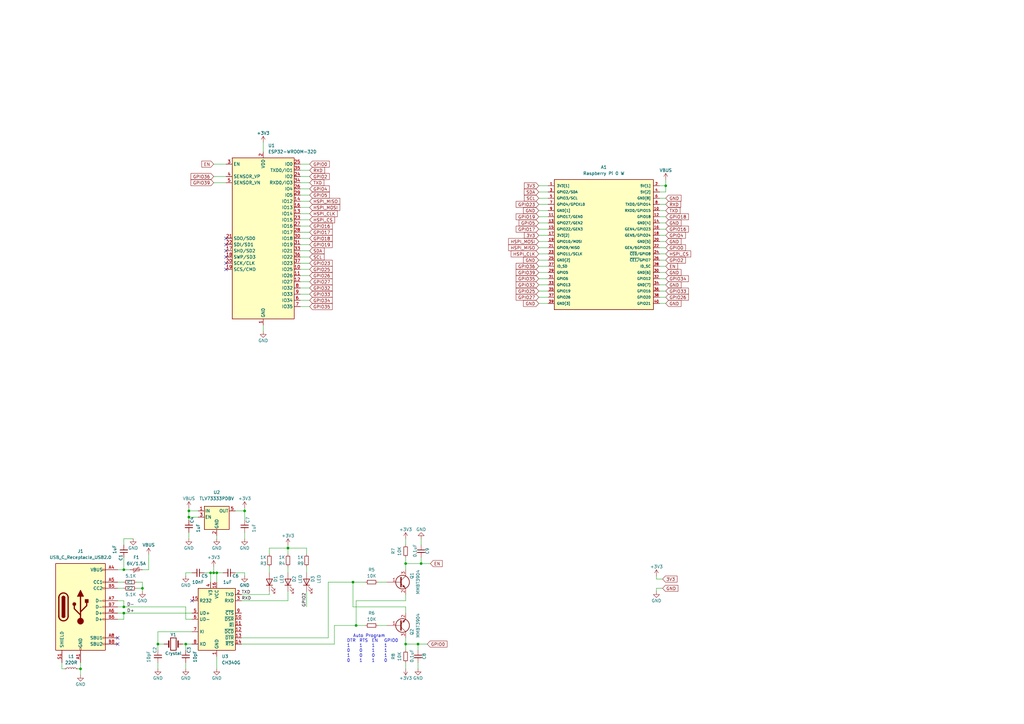
<source format=kicad_sch>
(kicad_sch (version 20211123) (generator eeschema)
  (paper "A3")
  (title_block (title "Pluton32") (date "2022-08-30") (rev "1.0") (company "KOLAMUC") (comment 1 "alperen.kolamu@gmail.com") (comment 2 "Alperen KOLAMUÇ"))
  (junction (at 273.05 76.2))
  (junction (at 77.47 209.55))
  (junction (at 166.37 264.16))
  (junction (at 50.8 233.68))
  (junction (at 146.05 256.54))
  (junction (at 33.02 274.32))
  (junction (at 76.2 264.16))
  (junction (at 166.37 231.14))
  (junction (at 64.77 264.16))
  (junction (at 171.45 264.16))
  (junction (at 87.63 234.95))
  (junction (at 118.11 224.79))
  (junction (at 172.72 231.14))
  (junction (at 77.47 212.09))
  (junction (at 58.42 241.3))
  (junction (at 50.8 251.46))
  (junction (at 100.33 209.55))
  (junction (at 86.36 234.95))
  (junction (at 144.78 238.76))
  (junction (at 50.8 248.92))
  (junction (at 88.9 234.95))
  (no_connect (at 92.71 97.79))
  (no_connect (at 92.71 100.33))
  (no_connect (at 92.71 102.87))
  (no_connect (at 92.71 105.41))
  (no_connect (at 92.71 107.95))
  (no_connect (at 92.71 110.49))
  (no_connect (at 48.26 264.16))
  (no_connect (at 78.74 246.38))
  (no_connect (at 48.26 261.62))
  (wire (pts (xy 134.62 261.62) (xy 134.62 238.76)))
  (wire (pts (xy 166.37 233.68) (xy 166.37 231.14)))
  (wire (pts (xy 86.36 234.95) (xy 87.63 234.95)))
  (wire (pts (xy 118.11 246.38) (xy 118.11 242.57)))
  (wire (pts (xy 58.42 238.76) (xy 58.42 241.3)))
  (wire (pts (xy 77.47 212.09) (xy 77.47 209.55)))
  (wire (pts (xy 50.8 251.46) (xy 48.26 251.46)))
  (wire (pts (xy 154.94 256.54) (xy 158.75 256.54)))
  (wire (pts (xy 220.98 76.2) (xy 224.79 76.2)))
  (wire (pts (xy 77.47 208.28) (xy 77.47 209.55)))
  (wire (pts (xy 100.33 234.95) (xy 100.33 236.22)))
  (wire (pts (xy 171.45 264.16) (xy 171.45 266.7)))
  (wire (pts (xy 50.8 223.52) (xy 50.8 220.98)))
  (wire (pts (xy 127 82.55) (xy 123.19 82.55)))
  (wire (pts (xy 125.73 232.41) (xy 125.73 234.95)))
  (wire (pts (xy 50.8 220.98) (xy 54.61 220.98)))
  (wire (pts (xy 127 100.33) (xy 123.19 100.33)))
  (wire (pts (xy 118.11 223.52) (xy 118.11 224.79)))
  (wire (pts (xy 220.98 88.9) (xy 224.79 88.9)))
  (wire (pts (xy 50.8 254) (xy 50.8 251.46)))
  (wire (pts (xy 118.11 224.79) (xy 118.11 227.33)))
  (wire (pts (xy 127 115.57) (xy 123.19 115.57)))
  (wire (pts (xy 220.98 96.52) (xy 224.79 96.52)))
  (wire (pts (xy 25.4 271.78) (xy 25.4 274.32)))
  (wire (pts (xy 86.36 234.95) (xy 86.36 238.76)))
  (wire (pts (xy 171.45 271.78) (xy 171.45 274.32)))
  (wire (pts (xy 273.05 104.14) (xy 270.51 104.14)))
  (wire (pts (xy 76.2 234.95) (xy 76.2 236.22)))
  (wire (pts (xy 127 77.47) (xy 123.19 77.47)))
  (wire (pts (xy 31.75 274.32) (xy 33.02 274.32)))
  (wire (pts (xy 76.2 264.16) (xy 76.2 266.7)))
  (wire (pts (xy 48.26 241.3) (xy 50.8 241.3)))
  (wire (pts (xy 127 80.01) (xy 123.19 80.01)))
  (wire (pts (xy 96.52 234.95) (xy 100.33 234.95)))
  (wire (pts (xy 273.05 86.36) (xy 270.51 86.36)))
  (wire (pts (xy 127 74.93) (xy 123.19 74.93)))
  (wire (pts (xy 127 125.73) (xy 123.19 125.73)))
  (wire (pts (xy 137.16 264.16) (xy 137.16 256.54)))
  (wire (pts (xy 172.72 231.14) (xy 176.53 231.14)))
  (wire (pts (xy 127 120.65) (xy 123.19 120.65)))
  (wire (pts (xy 127 102.87) (xy 123.19 102.87)))
  (wire (pts (xy 50.8 251.46) (xy 78.74 251.46)))
  (wire (pts (xy 87.63 74.93) (xy 92.71 74.93)))
  (wire (pts (xy 64.77 271.78) (xy 64.77 274.32)))
  (wire (pts (xy 220.98 81.28) (xy 224.79 81.28)))
  (wire (pts (xy 220.98 121.92) (xy 224.79 121.92)))
  (wire (pts (xy 273.05 116.84) (xy 270.51 116.84)))
  (wire (pts (xy 76.2 254) (xy 78.74 254)))
  (wire (pts (xy 220.98 93.98) (xy 224.79 93.98)))
  (wire (pts (xy 55.88 241.3) (xy 58.42 241.3)))
  (wire (pts (xy 99.06 264.16) (xy 137.16 264.16)))
  (wire (pts (xy 273.05 121.92) (xy 270.51 121.92)))
  (wire (pts (xy 144.78 248.92) (xy 144.78 238.76)))
  (wire (pts (xy 88.9 269.24) (xy 88.9 274.32)))
  (wire (pts (xy 144.78 238.76) (xy 149.86 238.76)))
  (wire (pts (xy 127 113.03) (xy 123.19 113.03)))
  (wire (pts (xy 74.93 264.16) (xy 76.2 264.16)))
  (wire (pts (xy 273.05 101.6) (xy 270.51 101.6)))
  (wire (pts (xy 127 85.09) (xy 123.19 85.09)))
  (wire (pts (xy 273.05 93.98) (xy 270.51 93.98)))
  (wire (pts (xy 76.2 234.95) (xy 78.74 234.95)))
  (wire (pts (xy 88.9 219.71) (xy 88.9 220.98)))
  (wire (pts (xy 110.49 224.79) (xy 118.11 224.79)))
  (wire (pts (xy 110.49 243.84) (xy 110.49 242.57)))
  (wire (pts (xy 100.33 208.28) (xy 100.33 209.55)))
  (wire (pts (xy 166.37 220.98) (xy 166.37 223.52)))
  (wire (pts (xy 81.28 212.09) (xy 77.47 212.09)))
  (wire (pts (xy 269.24 237.49) (xy 271.78 237.49)))
  (wire (pts (xy 96.52 209.55) (xy 100.33 209.55)))
  (wire (pts (xy 270.51 76.2) (xy 273.05 76.2)))
  (wire (pts (xy 220.98 109.22) (xy 224.79 109.22)))
  (wire (pts (xy 48.26 254) (xy 50.8 254)))
  (wire (pts (xy 220.98 116.84) (xy 224.79 116.84)))
  (wire (pts (xy 220.98 101.6) (xy 224.79 101.6)))
  (wire (pts (xy 110.49 227.33) (xy 110.49 224.79)))
  (wire (pts (xy 33.02 271.78) (xy 33.02 274.32)))
  (wire (pts (xy 77.47 212.09) (xy 77.47 213.36)))
  (wire (pts (xy 220.98 78.74) (xy 224.79 78.74)))
  (wire (pts (xy 76.2 264.16) (xy 78.74 264.16)))
  (wire (pts (xy 273.05 111.76) (xy 270.51 111.76)))
  (wire (pts (xy 166.37 264.16) (xy 171.45 264.16)))
  (wire (pts (xy 134.62 238.76) (xy 144.78 238.76)))
  (wire (pts (xy 77.47 209.55) (xy 81.28 209.55)))
  (wire (pts (xy 154.94 238.76) (xy 158.75 238.76)))
  (wire (pts (xy 58.42 241.3) (xy 58.42 242.57)))
  (wire (pts (xy 127 107.95) (xy 123.19 107.95)))
  (wire (pts (xy 166.37 231.14) (xy 172.72 231.14)))
  (wire (pts (xy 125.73 242.57) (xy 125.73 248.92)))
  (wire (pts (xy 48.26 246.38) (xy 50.8 246.38)))
  (wire (pts (xy 127 90.17) (xy 123.19 90.17)))
  (wire (pts (xy 76.2 248.92) (xy 76.2 254)))
  (wire (pts (xy 270.51 78.74) (xy 273.05 78.74)))
  (wire (pts (xy 50.8 228.6) (xy 50.8 233.68)))
  (wire (pts (xy 220.98 111.76) (xy 224.79 111.76)))
  (wire (pts (xy 127 97.79) (xy 123.19 97.79)))
  (wire (pts (xy 83.82 234.95) (xy 86.36 234.95)))
  (wire (pts (xy 220.98 119.38) (xy 224.79 119.38)))
  (wire (pts (xy 64.77 259.08) (xy 64.77 264.16)))
  (wire (pts (xy 220.98 91.44) (xy 224.79 91.44)))
  (wire (pts (xy 171.45 264.16) (xy 175.26 264.16)))
  (wire (pts (xy 273.05 81.28) (xy 270.51 81.28)))
  (wire (pts (xy 25.4 274.32) (xy 26.67 274.32)))
  (wire (pts (xy 220.98 99.06) (xy 224.79 99.06)))
  (wire (pts (xy 172.72 228.6) (xy 172.72 231.14)))
  (wire (pts (xy 166.37 264.16) (xy 166.37 266.7)))
  (wire (pts (xy 273.05 91.44) (xy 270.51 91.44)))
  (wire (pts (xy 127 95.25) (xy 123.19 95.25)))
  (wire (pts (xy 273.05 96.52) (xy 270.51 96.52)))
  (wire (pts (xy 273.05 109.22) (xy 270.51 109.22)))
  (wire (pts (xy 76.2 271.78) (xy 76.2 274.32)))
  (wire (pts (xy 220.98 124.46) (xy 224.79 124.46)))
  (wire (pts (xy 273.05 106.68) (xy 270.51 106.68)))
  (wire (pts (xy 127 92.71) (xy 123.19 92.71)))
  (wire (pts (xy 77.47 218.44) (xy 77.47 220.98)))
  (wire (pts (xy 50.8 248.92) (xy 76.2 248.92)))
  (wire (pts (xy 107.95 58.42) (xy 107.95 62.23)))
  (wire (pts (xy 127 105.41) (xy 123.19 105.41)))
  (wire (pts (xy 50.8 246.38) (xy 50.8 248.92)))
  (wire (pts (xy 166.37 246.38) (xy 146.05 246.38)))
  (wire (pts (xy 48.26 238.76) (xy 50.8 238.76)))
  (wire (pts (xy 58.42 233.68) (xy 60.96 233.68)))
  (wire (pts (xy 125.73 224.79) (xy 118.11 224.79)))
  (wire (pts (xy 273.05 99.06) (xy 270.51 99.06)))
  (wire (pts (xy 87.63 232.41) (xy 87.63 234.95)))
  (wire (pts (xy 146.05 256.54) (xy 149.86 256.54)))
  (wire (pts (xy 64.77 259.08) (xy 78.74 259.08)))
  (wire (pts (xy 99.06 261.62) (xy 134.62 261.62)))
  (wire (pts (xy 127 123.19) (xy 123.19 123.19)))
  (wire (pts (xy 48.26 248.92) (xy 50.8 248.92)))
  (wire (pts (xy 273.05 83.82) (xy 270.51 83.82)))
  (wire (pts (xy 220.98 83.82) (xy 224.79 83.82)))
  (wire (pts (xy 125.73 227.33) (xy 125.73 224.79)))
  (wire (pts (xy 50.8 233.68) (xy 53.34 233.68)))
  (wire (pts (xy 87.63 234.95) (xy 88.9 234.95)))
  (wire (pts (xy 166.37 248.92) (xy 144.78 248.92)))
  (wire (pts (xy 166.37 261.62) (xy 166.37 264.16)))
  (wire (pts (xy 64.77 264.16) (xy 67.31 264.16)))
  (wire (pts (xy 99.06 243.84) (xy 110.49 243.84)))
  (wire (pts (xy 118.11 232.41) (xy 118.11 234.95)))
  (wire (pts (xy 273.05 119.38) (xy 270.51 119.38)))
  (wire (pts (xy 220.98 106.68) (xy 224.79 106.68)))
  (wire (pts (xy 146.05 246.38) (xy 146.05 256.54)))
  (wire (pts (xy 166.37 228.6) (xy 166.37 231.14)))
  (wire (pts (xy 273.05 114.3) (xy 270.51 114.3)))
  (wire (pts (xy 220.98 104.14) (xy 224.79 104.14)))
  (wire (pts (xy 100.33 218.44) (xy 100.33 220.98)))
  (wire (pts (xy 273.05 78.74) (xy 273.05 76.2)))
  (wire (pts (xy 220.98 86.36) (xy 224.79 86.36)))
  (wire (pts (xy 137.16 256.54) (xy 146.05 256.54)))
  (wire (pts (xy 172.72 223.52) (xy 172.72 220.98)))
  (wire (pts (xy 99.06 246.38) (xy 118.11 246.38)))
  (wire (pts (xy 273.05 124.46) (xy 270.51 124.46)))
  (wire (pts (xy 100.33 209.55) (xy 100.33 213.36)))
  (wire (pts (xy 273.05 76.2) (xy 273.05 73.66)))
  (wire (pts (xy 127 87.63) (xy 123.19 87.63)))
  (wire (pts (xy 127 110.49) (xy 123.19 110.49)))
  (wire (pts (xy 33.02 274.32) (xy 33.02 276.86)))
  (wire (pts (xy 271.78 241.3) (xy 269.24 241.3)))
  (wire (pts (xy 88.9 234.95) (xy 88.9 238.76)))
  (wire (pts (xy 269.24 236.22) (xy 269.24 237.49)))
  (wire (pts (xy 166.37 243.84) (xy 166.37 246.38)))
  (wire (pts (xy 273.05 88.9) (xy 270.51 88.9)))
  (wire (pts (xy 60.96 227.33) (xy 60.96 233.68)))
  (wire (pts (xy 269.24 241.3) (xy 269.24 242.57)))
  (wire (pts (xy 110.49 232.41) (xy 110.49 234.95)))
  (wire (pts (xy 87.63 67.31) (xy 92.71 67.31)))
  (wire (pts (xy 166.37 274.32) (xy 166.37 271.78)))
  (wire (pts (xy 127 67.31) (xy 123.19 67.31)))
  (wire (pts (xy 64.77 264.16) (xy 64.77 266.7)))
  (wire (pts (xy 127 72.39) (xy 123.19 72.39)))
  (wire (pts (xy 55.88 238.76) (xy 58.42 238.76)))
  (wire (pts (xy 48.26 233.68) (xy 50.8 233.68)))
  (wire (pts (xy 87.63 72.39) (xy 92.71 72.39)))
  (wire (pts (xy 127 69.85) (xy 123.19 69.85)))
  (wire (pts (xy 88.9 234.95) (xy 91.44 234.95)))
  (wire (pts (xy 127 118.11) (xy 123.19 118.11)))
  (wire (pts (xy 107.95 133.35) (xy 107.95 135.89)))
  (wire (pts (xy 166.37 251.46) (xy 166.37 248.92)))
  (wire (pts (xy 220.98 114.3) (xy 224.79 114.3)))
  (text "RTS\n1\n0\n0\n1" (at 147.32 271.78 0) (effects (font (size 1.27 1.27)) (justify left bottom)))
  (text "GPIO0\n1\n1\n1\n0" (at 157.48 271.78 0) (effects (font (size 1.27 1.27)) (justify left bottom)))
  (text "Auto Program" (at 144.78 261.62 0) (effects (font (size 1.27 1.27)) (justify left bottom)))
  (text "EN\n1\n1\n0\n1" (at 152.4 271.78 0) (effects (font (size 1.27 1.27)) (justify left bottom)))
  (text "DTR\n1\n0\n1\n0" (at 142.24 271.78 0) (effects (font (size 1.27 1.27)) (justify left bottom)))
  (label "RXD" (at 99.06 246.38 0))
  (label "GPIO2" (at 125.73 248.92 90))
  (label "D-" (at 52.07 248.92 0))
  (label "D+" (at 52.07 251.46 0))
  (label "TXD" (at 99.06 243.84 0))
  (global_label "HSPI_CLK" (shape input) (at 127 87.63 0) (property "Intersheet References" "${INTERSHEET_REFS}" (effects hide)))
  (global_label "GND" (shape input) (at 220.98 106.68 180) (property "Intersheet References" "${INTERSHEET_REFS}" (effects hide)))
  (global_label "GPIO27" (shape input) (at 220.98 121.92 180) (property "Intersheet References" "${INTERSHEET_REFS}" (effects hide)))
  (global_label "GPIO0" (shape input) (at 127 67.31 0) (property "Intersheet References" "${INTERSHEET_REFS}" (effects hide)))
  (global_label "EN" (shape input) (at 87.63 67.31 180) (property "Intersheet References" "${INTERSHEET_REFS}" (effects hide)))
  (global_label "HSPI_MISO" (shape input) (at 220.98 101.6 180) (property "Intersheet References" "${INTERSHEET_REFS}" (effects hide)))
  (global_label "GPIO2" (shape input) (at 127 72.39 0) (property "Intersheet References" "${INTERSHEET_REFS}" (effects hide)))
  (global_label "GPIO34" (shape input) (at 273.05 114.3 0) (property "Intersheet References" "${INTERSHEET_REFS}" (effects hide)))
  (global_label "HSPI_MISO" (shape input) (at 127 82.55 0) (property "Intersheet References" "${INTERSHEET_REFS}" (effects hide)))
  (global_label "RXD" (shape input) (at 127 69.85 0) (property "Intersheet References" "${INTERSHEET_REFS}" (effects hide)))
  (global_label "GPIO5" (shape input) (at 127 80.01 0) (property "Intersheet References" "${INTERSHEET_REFS}" (effects hide)))
  (global_label "GND" (shape input) (at 273.05 124.46 0) (property "Intersheet References" "${INTERSHEET_REFS}" (effects hide)))
  (global_label "HSPI_CS" (shape input) (at 273.05 104.14 0) (property "Intersheet References" "${INTERSHEET_REFS}" (effects hide)))
  (global_label "GPIO35" (shape input) (at 127 125.73 0) (property "Intersheet References" "${INTERSHEET_REFS}" (effects hide)))
  (global_label "GPIO17" (shape input) (at 220.98 93.98 180) (property "Intersheet References" "${INTERSHEET_REFS}" (effects hide)))
  (global_label "SCL" (shape input) (at 127 105.41 0) (property "Intersheet References" "${INTERSHEET_REFS}" (effects hide)))
  (global_label "HSPI_CLK" (shape input) (at 220.98 104.14 180) (property "Intersheet References" "${INTERSHEET_REFS}" (effects hide)))
  (global_label "GPIO0" (shape input) (at 273.05 101.6 0) (property "Intersheet References" "${INTERSHEET_REFS}" (effects hide)))
  (global_label "SDA" (shape input) (at 220.98 78.74 180) (property "Intersheet References" "${INTERSHEET_REFS}" (effects hide)))
  (global_label "GPIO4" (shape input) (at 273.05 96.52 0) (property "Intersheet References" "${INTERSHEET_REFS}" (effects hide)))
  (global_label "GPIO25" (shape input) (at 127 110.49 0) (property "Intersheet References" "${INTERSHEET_REFS}" (effects hide)))
  (global_label "HSPI_MOSI" (shape input) (at 127 85.09 0) (property "Intersheet References" "${INTERSHEET_REFS}" (effects hide)))
  (global_label "SDA" (shape input) (at 127 102.87 0) (property "Intersheet References" "${INTERSHEET_REFS}" (effects hide)))
  (global_label "GPIO23" (shape input) (at 127 107.95 0) (property "Intersheet References" "${INTERSHEET_REFS}" (effects hide)))
  (global_label "3V3" (shape input) (at 220.98 76.2 180) (property "Intersheet References" "${INTERSHEET_REFS}" (effects hide)))
  (global_label "GND" (shape input) (at 220.98 124.46 180) (property "Intersheet References" "${INTERSHEET_REFS}" (effects hide)))
  (global_label "GPIO16" (shape input) (at 127 92.71 0) (property "Intersheet References" "${INTERSHEET_REFS}" (effects hide)))
  (global_label "GND" (shape input) (at 273.05 91.44 0) (property "Intersheet References" "${INTERSHEET_REFS}" (effects hide)))
  (global_label "GPIO26" (shape input) (at 127 113.03 0) (property "Intersheet References" "${INTERSHEET_REFS}" (effects hide)))
  (global_label "EN" (shape input) (at 273.05 109.22 0) (property "Intersheet References" "${INTERSHEET_REFS}" (effects hide)))
  (global_label "GPIO23" (shape input) (at 220.98 83.82 180) (property "Intersheet References" "${INTERSHEET_REFS}" (effects hide)))
  (global_label "GPIO32" (shape input) (at 220.98 116.84 180) (property "Intersheet References" "${INTERSHEET_REFS}" (effects hide)))
  (global_label "GPIO18" (shape input) (at 273.05 88.9 0) (property "Intersheet References" "${INTERSHEET_REFS}" (effects hide)))
  (global_label "GND" (shape input) (at 220.98 86.36 180) (property "Intersheet References" "${INTERSHEET_REFS}" (effects hide)))
  (global_label "GPIO34" (shape input) (at 127 123.19 0) (property "Intersheet References" "${INTERSHEET_REFS}" (effects hide)))
  (global_label "GPIO2" (shape input) (at 273.05 106.68 0) (property "Intersheet References" "${INTERSHEET_REFS}" (effects hide)))
  (global_label "GPIO0" (shape input) (at 175.26 264.16 0) (property "Intersheet References" "${INTERSHEET_REFS}" (effects hide)))
  (global_label "GPIO32" (shape input) (at 127 118.11 0) (property "Intersheet References" "${INTERSHEET_REFS}" (effects hide)))
  (global_label "GND" (shape input) (at 273.05 81.28 0) (property "Intersheet References" "${INTERSHEET_REFS}" (effects hide)))
  (global_label "SCL" (shape input) (at 220.98 81.28 180) (property "Intersheet References" "${INTERSHEET_REFS}" (effects hide)))
  (global_label "GPIO5" (shape input) (at 220.98 91.44 180) (property "Intersheet References" "${INTERSHEET_REFS}" (effects hide)))
  (global_label "HSPI_CS" (shape input) (at 127 90.17 0) (property "Intersheet References" "${INTERSHEET_REFS}" (effects hide)))
  (global_label "GPIO36" (shape input) (at 87.63 72.39 180) (property "Intersheet References" "${INTERSHEET_REFS}" (effects hide)))
  (global_label "GPIO33" (shape input) (at 127 120.65 0) (property "Intersheet References" "${INTERSHEET_REFS}" (effects hide)))
  (global_label "GPIO19" (shape input) (at 127 100.33 0) (property "Intersheet References" "${INTERSHEET_REFS}" (effects hide)))
  (global_label "GPIO19" (shape input) (at 220.98 88.9 180) (property "Intersheet References" "${INTERSHEET_REFS}" (effects hide)))
  (global_label "GPIO25" (shape input) (at 220.98 119.38 180) (property "Intersheet References" "${INTERSHEET_REFS}" (effects hide)))
  (global_label "3V3" (shape input) (at 220.98 96.52 180) (property "Intersheet References" "${INTERSHEET_REFS}" (effects hide)))
  (global_label "GPIO16" (shape input) (at 273.05 93.98 0) (property "Intersheet References" "${INTERSHEET_REFS}" (effects hide)))
  (global_label "GND" (shape input) (at 271.78 241.3 0) (property "Intersheet References" "${INTERSHEET_REFS}" (effects hide)))
  (global_label "GND" (shape input) (at 273.05 99.06 0) (property "Intersheet References" "${INTERSHEET_REFS}" (effects hide)))
  (global_label "3V3" (shape input) (at 271.78 237.49 0) (property "Intersheet References" "${INTERSHEET_REFS}" (effects hide)))
  (global_label "GPIO39" (shape input) (at 220.98 111.76 180) (property "Intersheet References" "${INTERSHEET_REFS}" (effects hide)))
  (global_label "TXD" (shape input) (at 273.05 86.36 0) (property "Intersheet References" "${INTERSHEET_REFS}" (effects hide)))
  (global_label "GPIO26" (shape input) (at 273.05 121.92 0) (property "Intersheet References" "${INTERSHEET_REFS}" (effects hide)))
  (global_label "GPIO17" (shape input) (at 127 95.25 0) (property "Intersheet References" "${INTERSHEET_REFS}" (effects hide)))
  (global_label "GPIO27" (shape input) (at 127 115.57 0) (property "Intersheet References" "${INTERSHEET_REFS}" (effects hide)))
  (global_label "TXD" (shape input) (at 127 74.93 0) (property "Intersheet References" "${INTERSHEET_REFS}" (effects hide)))
  (global_label "GPIO4" (shape input) (at 127 77.47 0) (property "Intersheet References" "${INTERSHEET_REFS}" (effects hide)))
  (global_label "GND" (shape input) (at 273.05 116.84 0) (property "Intersheet References" "${INTERSHEET_REFS}" (effects hide)))
  (global_label "GND" (shape input) (at 273.05 111.76 0) (property "Intersheet References" "${INTERSHEET_REFS}" (effects hide)))
  (global_label "GPIO39" (shape input) (at 87.63 74.93 180) (property "Intersheet References" "${INTERSHEET_REFS}" (effects hide)))
  (global_label "GPIO33" (shape input) (at 273.05 119.38 0) (property "Intersheet References" "${INTERSHEET_REFS}" (effects hide)))
  (global_label "HSPI_MOSI" (shape input) (at 220.98 99.06 180) (property "Intersheet References" "${INTERSHEET_REFS}" (effects hide)))
  (global_label "GPIO35" (shape input) (at 220.98 114.3 180) (property "Intersheet References" "${INTERSHEET_REFS}" (effects hide)))
  (global_label "GPIO18" (shape input) (at 127 97.79 0) (property "Intersheet References" "${INTERSHEET_REFS}" (effects hide)))
  (global_label "GPIO36" (shape input) (at 220.98 109.22 180) (property "Intersheet References" "${INTERSHEET_REFS}" (effects hide)))
  (global_label "RXD" (shape input) (at 273.05 83.82 0) (property "Intersheet References" "${INTERSHEET_REFS}" (effects hide)))
  (global_label "EN" (shape input) (at 176.53 231.14 0) (property "Intersheet References" "${INTERSHEET_REFS}" (effects hide)))
  (symbol (lib_id "Device:C_Small") (at 50.8 226.06 180) (unit 1)
    (property "Reference" "C1" (at 49.53 227.33 90) (effects (justify left)))
    (property "Value" "1uF" (at 46.99 223.52 90) (effects (justify left)))
    (property "Footprint" "Capacitor_SMD:C_0603_1608Metric" (effects hide))
    (property "Datasheet" "https://cdn.ozdisan.com/ETicaret_Dosya/448212_5798276.PDF" (effects hide))
    (property "Description" "MLCC (1608) 0603 1uF 16VDC ±10% X7R" (effects hide))
    (property "Manufacturer" "SAMSUNG" (effects hide))
    (property "Suplier" "Ozdisan" (effects hide))
    (property "Suplier Part Number" "CL10B105KO8NNNC" (effects hide))
    (property "Package-Case" "0603" (effects hide))
    (property "URL" "https://b2b.ozdisan.com/Product/Detail/14234/CL10B105KO8NNNC" (effects hide))
  )
  (symbol (lib_id "Device:R_Small") (at 152.4 256.54 90) (unit 1)
    (property "Reference" "R6" (at 152.4 251.46 90))
    (property "Value" "10K" (at 152.4 254 90))
    (property "Footprint" "Resistor_SMD:R_0603_1608Metric" (effects hide))
    (property "Datasheet" "https://cdn.ozdisan.com/ETicaret_Dosya/570122_9878629.pdf" (effects hide))
    (property "Suplier" "Ozdisan" (effects hide))
    (property "Suplier Part Number" "TC0325F1002T5F" (effects hide))
    (property "Description" "RES.(1608) 0603 10K Ohms 1% 1/10W 25PPM" (effects hide))
    (property "Package-Case" "0603" (effects hide))
    (property "Manufacturer" "ROYALOHM" (effects hide))
    (property "URL" "https://b2b.ozdisan.com/Product/Detail/727909/TC0325F1002T5F" (effects hide))
  )
  (symbol (lib_id "Device:C_Small") (at 172.72 226.06 0) (unit 1)
    (property "Reference" "C9" (at 175.26 227.33 90) (effects (justify left)))
    (property "Value" "0.1uF" (at 170.18 228.6 90) (effects (justify left)))
    (property "Footprint" "Capacitor_SMD:C_0603_1608Metric" (effects hide))
    (property "Datasheet" "https://cdn.ozdisan.com/ETicaret_Dosya/448212_5798276.PDF" (effects hide))
    (property "Description" "MLCC (1608) 0603 100nF 50VDC ±10% X7R" (effects hide))
    (property "Manufacturer" "SAMSUNG" (effects hide))
    (property "Suplier" "Ozdisan" (effects hide))
    (property "Suplier Part Number" "CL10B104KB8NNNC" (effects hide))
    (property "Package-Case" "0603" (effects hide))
    (property "URL" "https://b2b.ozdisan.com/Product/Detail/9739/CL10B104KB8NNNC" (effects hide))
  )
  (symbol (lib_id "Device:L_Small") (at 29.21 274.32 90) (unit 1)
    (property "Reference" "L1" (at 29.21 269.24 90))
    (property "Value" "220R" (at 29.21 271.78 90))
    (property "Footprint" "Inductor_SMD:L_0603_1608Metric" (effects hide))
    (property "Datasheet" "https://cdn.ozdisan.com/ETicaret_Dosya/484088_7465094.pdf" (effects hide))
    (property "Description" "FERRITE BEAD 0603 220R 1.4A" (effects hide))
    (property "Manufacturer" "MURATA" (effects hide))
    (property "Suplier" "Özdisan" (effects hide))
    (property "Suplier Part Number" "BLM18PG221SN1D" (effects hide))
    (property "Package-Case" "0603" (effects hide))
  )
  (symbol (lib_id "power:GND") (at 76.2 236.22 0) (mirror y) (unit 1)
    (property "Reference" "#PWR06" (effects hide))
    (property "Value" "GND" (at 76.2 240.03 0))
  )
  (symbol (lib_id "Device:C_Small") (at 64.77 269.24 0) (unit 1)
    (property "Reference" "C2" (at 63.5 267.97 90) (effects (justify left)))
    (property "Value" "10pF" (at 60.96 271.78 90) (effects (justify left)))
    (property "Footprint" "Capacitor_SMD:C_0603_1608Metric" (effects hide))
    (property "Datasheet" "https://cdn.ozdisan.com/ETicaret_Dosya/448212_5798276.PDF" (effects hide))
    (property "Description" "MLCC (1608) 0603 10pF 50VDC ±5% C0G (NP0)" (effects hide))
    (property "Manufacturer" "SAMSUNG" (effects hide))
    (property "Suplier" "Ozdisan" (effects hide))
    (property "Suplier Part Number" "CL10C100JB81PNC" (effects hide))
    (property "Package-Case" "0603" (effects hide))
    (property "URL" "https://b2b.ozdisan.com/pasif-komponentler/kondansatorler/smt-smd-ve-mlcc-kondansatorler/CL10C100JB81PNC" (effects hide))
  )
  (symbol (lib_id "Regulator_Linear:TLV73333PDBV") (at 88.9 212.09 0) (unit 1)
    (property "Reference" "U2" (at 88.9 201.93 0))
    (property "Value" "TLV73333PDBV" (at 88.9 204.47 0))
    (property "Footprint" "Package_TO_SOT_SMD:SOT-23-5" (effects hide))
    (property "Datasheet" "http://www.ti.com/lit/ds/symlink/tlv733p.pdf" (effects hide))
  )
  (symbol (lib_id "Device:C_Small") (at 77.47 215.9 0) (unit 1)
    (property "Reference" "C4" (at 78.74 214.63 90) (effects (justify left)))
    (property "Value" "1uF" (at 81.28 218.44 90) (effects (justify left)))
    (property "Footprint" "Capacitor_SMD:C_0603_1608Metric" (effects hide))
    (property "Datasheet" "https://cdn.ozdisan.com/ETicaret_Dosya/448212_5798276.PDF" (effects hide))
    (property "Description" "MLCC (1608) 0603 1uF 16VDC ±10% X7R" (effects hide))
    (property "Manufacturer" "SAMSUNG" (effects hide))
    (property "Suplier" "Ozdisan" (effects hide))
    (property "Suplier Part Number" "CL10B105KO8NNNC" (effects hide))
    (property "Package-Case" "0603" (effects hide))
    (property "URL" "https://b2b.ozdisan.com/Product/Detail/14234/CL10B105KO8NNNC" (effects hide))
  )
  (symbol (lib_id "Transistor_BJT:MMBT3904") (at 163.83 238.76 0) (unit 1)
    (property "Reference" "Q1" (at 168.91 237.4899 90) (effects (justify left)))
    (property "Value" "MMBT3904" (at 171.45 243.84 90) (effects (justify left)))
    (property "Footprint" "Package_TO_SOT_SMD:SOT-23" (effects hide))
    (property "Datasheet" "https://www.onsemi.com/pub/Collateral/2N3903-D.PDF" (effects hide))
    (property "Description" "TRANSISTOR DIS.200mA 40V NPN SOT23 EPITAXIAL SMT" (effects hide))
    (property "Manufacturer" "HOTTECH" (effects hide))
    (property "Suplier" "Ozdisan" (effects hide))
    (property "Suplier Part Number" "MMBT3904-HT" (effects hide))
    (property "Package-Case" "SOT-23" (effects hide))
    (property "URL" "https://b2b.ozdisan.com/Product/Detail/468189/MMBT3904-HT" (effects hide))
  )
  (symbol (lib_id "power:GND") (at 172.72 220.98 180) (unit 1)
    (property "Reference" "#PWR022" (effects hide))
    (property "Value" "GND" (at 172.72 217.17 0))
  )
  (symbol (lib_id "power:+3.3V") (at 166.37 274.32 180) (unit 1)
    (property "Reference" "#PWR020" (effects hide))
    (property "Value" "+3.3V" (at 166.37 278.13 0))
  )
  (symbol (lib_id "Device:R_Small") (at 53.34 238.76 270) (unit 1)
    (property "Reference" "R1" (at 54.61 238.76 90) (effects (justify right)))
    (property "Value" "5.1K" (at 55.88 236.22 90) (effects (justify right)))
    (property "Footprint" "Resistor_SMD:R_0603_1608Metric" (effects hide))
    (property "Datasheet" "https://cdn.ozdisan.com/ETicaret_Dosya/399380_9872459.pdf" (effects hide))
    (property "Description" "RES.(1608) 0603 5.1K Ohms 5% 1/10W-S 100PPM" (effects hide))
    (property "Manufacturer" "ROYALOHM" (effects hide))
    (property "Suplier" "Ozdisan" (effects hide))
    (property "Suplier Part Number" "0603SAJ0512T5E" (effects hide))
    (property "Package-Case" "0603" (effects hide))
    (property "URL" "https://b2b.ozdisan.com/pasif-komponentler/direncler/smt-smd-ve-cip-direncler/0603SAJ0512T5E" (effects hide))
  )
  (symbol (lib_id "Alperen:Raspberry Pi 0 W") (at 247.65 99.06 0) (unit 1)
    (property "Reference" "A1" (at 247.65 68.58 0))
    (property "Value" "Raspberry Pi 0 W" (at 247.65 71.12 0))
    (property "Footprint" "Alperen:RP0-Board" (effects hide))
    (property "MANUFACTURER" "Raspberry" (effects hide))
  )
  (symbol (lib_id "power:VBUS") (at 273.05 73.66 0) (unit 1)
    (property "Reference" "#PWR0101" (effects hide))
    (property "Value" "VBUS" (at 273.05 69.85 0))
  )
  (symbol (lib_id "Device:C_Small") (at 76.2 269.24 0) (unit 1)
    (property "Reference" "C3" (at 77.47 267.97 90) (effects (justify left)))
    (property "Value" "10pF" (at 80.01 271.78 90) (effects (justify left)))
    (property "Footprint" "Capacitor_SMD:C_0603_1608Metric" (effects hide))
    (property "Datasheet" "https://cdn.ozdisan.com/ETicaret_Dosya/448212_5798276.PDF" (effects hide))
    (property "Description" "MLCC (1608) 0603 10pF 50VDC ±5% C0G (NP0)" (effects hide))
    (property "Manufacturer" "SAMSUNG" (effects hide))
    (property "Suplier" "Ozdisan" (effects hide))
    (property "Suplier Part Number" "CL10C100JB81PNC" (effects hide))
    (property "Package-Case" "0603" (effects hide))
    (property "URL" "https://b2b.ozdisan.com/pasif-komponentler/kondansatorler/smt-smd-ve-mlcc-kondansatorler/CL10C100JB81PNC" (effects hide))
  )
  (symbol (lib_id "Device:C_Small") (at 171.45 269.24 0) (unit 1)
    (property "Reference" "C8" (at 173.99 270.51 90) (effects (justify left)))
    (property "Value" "0.1uF" (at 168.91 271.78 90) (effects (justify left)))
    (property "Footprint" "Capacitor_SMD:C_0603_1608Metric" (effects hide))
    (property "Datasheet" "https://cdn.ozdisan.com/ETicaret_Dosya/448212_5798276.PDF" (effects hide))
    (property "Description" "MLCC (1608) 0603 100nF 50VDC ±10% X7R" (effects hide))
    (property "Manufacturer" "SAMSUNG" (effects hide))
    (property "Suplier" "Ozdisan" (effects hide))
    (property "Suplier Part Number" "CL10B104KB8NNNC" (effects hide))
    (property "Package-Case" "0603" (effects hide))
    (property "URL" "https://b2b.ozdisan.com/Product/Detail/9739/CL10B104KB8NNNC" (effects hide))
  )
  (symbol (lib_id "power:GND") (at 58.42 242.57 0) (mirror y) (unit 1)
    (property "Reference" "#PWR03" (effects hide))
    (property "Value" "GND" (at 58.42 246.38 0))
  )
  (symbol (lib_id "power:VBUS") (at 60.96 227.33 0) (unit 1)
    (property "Reference" "#PWR04" (effects hide))
    (property "Value" "VBUS" (at 60.96 223.52 0))
  )
  (symbol (lib_id "power:+3.3V") (at 166.37 220.98 0) (unit 1)
    (property "Reference" "#PWR019" (effects hide))
    (property "Value" "+3.3V" (at 166.37 217.17 0))
  )
  (symbol (lib_id "Device:R_Small") (at 53.34 241.3 270) (unit 1)
    (property "Reference" "R2" (at 54.61 241.3 90) (effects (justify right)))
    (property "Value" "5.1K" (at 55.88 243.84 90) (effects (justify right)))
    (property "Footprint" "Resistor_SMD:R_0603_1608Metric" (effects hide))
    (property "Datasheet" "https://cdn.ozdisan.com/ETicaret_Dosya/399380_9872459.pdf" (effects hide))
    (property "Description" "RES.(1608) 0603 5.1K Ohms 5% 1/10W-S 100PPM" (effects hide))
    (property "Manufacturer" "ROYALOHM" (effects hide))
    (property "Suplier" "Ozdisan" (effects hide))
    (property "Suplier Part Number" "0603SAJ0512T5E" (effects hide))
    (property "Package-Case" "0603" (effects hide))
    (property "URL" "https://b2b.ozdisan.com/pasif-komponentler/direncler/smt-smd-ve-cip-direncler/0603SAJ0512T5E" (effects hide))
  )
  (symbol (lib_id "Device:C_Small") (at 93.98 234.95 270) (unit 1)
    (property "Reference" "C6" (at 95.25 236.22 90) (effects (justify left)))
    (property "Value" "1uF" (at 91.44 238.76 90) (effects (justify left)))
    (property "Footprint" "Capacitor_SMD:C_0603_1608Metric" (effects hide))
    (property "Datasheet" "https://cdn.ozdisan.com/ETicaret_Dosya/448212_5798276.PDF" (effects hide))
    (property "Description" "MLCC (1608) 0603 1uF 16VDC ±10% X7R" (effects hide))
    (property "Manufacturer" "SAMSUNG" (effects hide))
    (property "Suplier" "Ozdisan" (effects hide))
    (property "Suplier Part Number" "CL10B105KO8NNNC" (effects hide))
    (property "Package-Case" "0603" (effects hide))
    (property "URL" "https://b2b.ozdisan.com/Product/Detail/14234/CL10B105KO8NNNC" (effects hide))
  )
  (symbol (lib_id "power:+3.3V") (at 107.95 58.42 0) (unit 1)
    (property "Reference" "#PWR016" (effects hide))
    (property "Value" "+3.3V" (at 107.95 54.61 0))
  )
  (symbol (lib_id "power:GND") (at 77.47 220.98 0) (mirror y) (unit 1)
    (property "Reference" "#PWR09" (effects hide))
    (property "Value" "GND" (at 77.47 224.79 0))
  )
  (symbol (lib_id "power:GND") (at 100.33 220.98 0) (mirror y) (unit 1)
    (property "Reference" "#PWR014" (effects hide))
    (property "Value" "GND" (at 100.33 224.79 0))
  )
  (symbol (lib_id "power:GND") (at 33.02 276.86 0) (mirror y) (unit 1)
    (property "Reference" "#PWR01" (effects hide))
    (property "Value" "GND" (at 33.02 280.67 0))
  )
  (symbol (lib_id "power:GND") (at 269.24 242.57 0) (unit 1)
    (property "Reference" "#PWR0103" (effects hide))
    (property "Value" "GND" (at 269.24 246.38 0))
  )
  (symbol (lib_id "Device:R_Small") (at 166.37 269.24 180) (unit 1)
    (property "Reference" "R8" (at 161.29 269.24 90))
    (property "Value" "10K" (at 163.83 269.24 90))
    (property "Footprint" "Resistor_SMD:R_0603_1608Metric" (effects hide))
    (property "Datasheet" "https://cdn.ozdisan.com/ETicaret_Dosya/570122_9878629.pdf" (effects hide))
    (property "Suplier" "Ozdisan" (effects hide))
    (property "Suplier Part Number" "TC0325F1002T5F" (effects hide))
    (property "Description" "RES.(1608) 0603 10K Ohms 1% 1/10W 25PPM" (effects hide))
    (property "Package-Case" "0603" (effects hide))
    (property "Manufacturer" "ROYALOHM" (effects hide))
    (property "URL" "https://b2b.ozdisan.com/Product/Detail/727909/TC0325F1002T5F" (effects hide))
  )
  (symbol (lib_id "Device:LED") (at 125.73 238.76 90) (unit 1)
    (property "Reference" "D3" (at 128.27 237.49 0))
    (property "Value" "LED" (at 130.81 237.49 0))
    (property "Footprint" "LED_SMD:LED_0805_2012Metric" (effects hide))
    (property "Datasheet" "https://cdn.ozdisan.com/ETicaret_Dosya/5996_121587.PDF" (effects hide))
    (property "Description" "LED SMD 0805 GREEN 550mcd 120° WATER CLEAR" (effects hide))
    (property "Manufacturer" "STRONG BASE" (effects hide))
    (property "Suplier" "Ozdisan" (effects hide))
    (property "Suplier Part Number" "HL-PSC-2012U51GC" (effects hide))
    (property "Package-Case" "0805" (effects hide))
    (property "URL" "https://b2b.ozdisan.com/led-ve-aydinlatma-cozumleri/led-komponentler/sinyal-ledler-renkli/HL-PSC-2012U51GC" (effects hide))
  )
  (symbol (lib_id "Device:Crystal") (at 71.12 264.16 0) (unit 1)
    (property "Reference" "Y1" (at 71.12 260.35 0))
    (property "Value" "Crystal" (at 71.12 267.97 0))
    (property "Footprint" "Crystal:Crystal_SMD_HC49-SD" (effects hide))
    (property "Datasheet" "https://cdn.ozdisan.com/ETicaret_Dosya/40505_2732396.pdf" (effects hide))
    (property "Suplier" "Ozdisan" (effects hide))
    (property "Description" "CRYSTAL 12MHZ HC49SMT 20pF SMD TR RALTRON" (effects hide))
    (property "Manufacturer" "RALTRON" (effects hide))
    (property "Package-Case" "HC-49S" (effects hide))
    (property "Suplier Part Number" "AS-12.000-20-SMD-TR" (effects hide))
    (property "URL" "https://b2b.ozdisan.com/pasif-komponentler/kristaller-osilatorler-ve-rezanatorler/kristaller/AS-12-000-20-SMD-TR" (effects hide))
  )
  (symbol (lib_id "Device:R_Small") (at 125.73 229.87 180) (unit 1)
    (property "Reference" "R9" (at 121.92 231.14 0) (effects (justify right)))
    (property "Value" "1K" (at 121.92 228.6 0) (effects (justify right)))
    (property "Footprint" "Resistor_SMD:R_0603_1608Metric" (effects hide))
    (property "Datasheet" "https://cdn.ozdisan.com/ETicaret_Dosya/399380_9872459.pdf" (effects hide))
    (property "Description" "RES.(1608) 0603 1K Ohms 1% 1/10W-S 100PPM" (effects hide))
    (property "Manufacturer" "ROYALOHM" (effects hide))
    (property "Suplier" "Ozdisan" (effects hide))
    (property "Suplier Part Number" "0603SAF1001T5E" (effects hide))
    (property "Package-Case" "0603" (effects hide))
    (property "URL" "https://b2b.ozdisan.com/Product/Detail/341789/0603SAF1001T5E" (effects hide))
  )
  (symbol (lib_id "Device:C_Small") (at 81.28 234.95 270) (unit 1)
    (property "Reference" "C5" (at 82.55 236.22 90) (effects (justify left)))
    (property "Value" "10nF" (at 78.74 238.76 90) (effects (justify left)))
    (property "Footprint" "Capacitor_SMD:C_0603_1608Metric" (effects hide))
    (property "Datasheet" "https://cdn.ozdisan.com/ETicaret_Dosya/448212_5798276.PDF" (effects hide))
    (property "Description" "MLCC (1608) 0603 10nF 50VDC ±10% X7R" (effects hide))
    (property "Manufacturer" "SAMSUNG" (effects hide))
    (property "Suplier" "Ozdisan" (effects hide))
    (property "Suplier Part Number" "CL10B103KB8NNNC" (effects hide))
    (property "Package-Case" "0603" (effects hide))
    (property "URL" "https://b2b.ozdisan.com/pasif-komponentler/kondansatorler/smt-smd-ve-mlcc-kondansatorler/CL10B103KB8NNNC" (effects hide))
  )
  (symbol (lib_id "Device:LED") (at 118.11 238.76 90) (unit 1)
    (property "Reference" "D2" (at 120.65 237.49 0))
    (property "Value" "LED" (at 123.19 237.49 0))
    (property "Footprint" "LED_SMD:LED_0805_2012Metric" (effects hide))
    (property "Datasheet" "https://cdn.ozdisan.com/ETicaret_Dosya/5996_121587.PDF" (effects hide))
    (property "Description" "LED SMD 0805 GREEN 550mcd 120° WATER CLEAR" (effects hide))
    (property "Manufacturer" "STRONG BASE" (effects hide))
    (property "Suplier" "Ozdisan" (effects hide))
    (property "Suplier Part Number" "HL-PSC-2012U51GC" (effects hide))
    (property "Package-Case" "0805" (effects hide))
    (property "URL" "https://b2b.ozdisan.com/led-ve-aydinlatma-cozumleri/led-komponentler/sinyal-ledler-renkli/HL-PSC-2012U51GC" (effects hide))
  )
  (symbol (lib_id "power:GND") (at 64.77 274.32 0) (mirror y) (unit 1)
    (property "Reference" "#PWR05" (effects hide))
    (property "Value" "GND" (at 64.77 278.13 0))
  )
  (symbol (lib_id "Device:R_Small") (at 118.11 229.87 180) (unit 1)
    (property "Reference" "R4" (at 114.3 231.14 0) (effects (justify right)))
    (property "Value" "1K" (at 114.3 228.6 0) (effects (justify right)))
    (property "Footprint" "Resistor_SMD:R_0603_1608Metric" (effects hide))
    (property "Datasheet" "https://cdn.ozdisan.com/ETicaret_Dosya/399380_9872459.pdf" (effects hide))
    (property "Description" "RES.(1608) 0603 1K Ohms 1% 1/10W-S 100PPM" (effects hide))
    (property "Manufacturer" "ROYALOHM" (effects hide))
    (property "Suplier" "Ozdisan" (effects hide))
    (property "Suplier Part Number" "0603SAF1001T5E" (effects hide))
    (property "Package-Case" "0603" (effects hide))
    (property "URL" "https://b2b.ozdisan.com/Product/Detail/341789/0603SAF1001T5E" (effects hide))
  )
  (symbol (lib_id "power:+3.3V") (at 87.63 232.41 0) (unit 1)
    (property "Reference" "#PWR011" (effects hide))
    (property "Value" "+3.3V" (at 87.63 228.6 0))
  )
  (symbol (lib_id "Device:R_Small") (at 166.37 226.06 180) (unit 1)
    (property "Reference" "R7" (at 161.29 226.06 90))
    (property "Value" "10K" (at 163.83 226.06 90))
    (property "Footprint" "Resistor_SMD:R_0603_1608Metric" (effects hide))
    (property "Datasheet" "https://cdn.ozdisan.com/ETicaret_Dosya/570122_9878629.pdf" (effects hide))
    (property "Suplier" "Ozdisan" (effects hide))
    (property "Suplier Part Number" "TC0325F1002T5F" (effects hide))
    (property "Description" "RES.(1608) 0603 10K Ohms 1% 1/10W 25PPM" (effects hide))
    (property "Package-Case" "0603" (effects hide))
    (property "Manufacturer" "ROYALOHM" (effects hide))
    (property "URL" "https://b2b.ozdisan.com/Product/Detail/727909/TC0325F1002T5F" (effects hide))
  )
  (symbol (lib_id "Device:C_Small") (at 100.33 215.9 0) (unit 1)
    (property "Reference" "C7" (at 101.6 214.63 90) (effects (justify left)))
    (property "Value" "1uF" (at 104.14 218.44 90) (effects (justify left)))
    (property "Footprint" "Capacitor_SMD:C_0603_1608Metric" (effects hide))
    (property "Datasheet" "https://cdn.ozdisan.com/ETicaret_Dosya/448212_5798276.PDF" (effects hide))
    (property "Description" "MLCC (1608) 0603 1uF 16VDC ±10% X7R" (effects hide))
    (property "Manufacturer" "SAMSUNG" (effects hide))
    (property "Suplier" "Ozdisan" (effects hide))
    (property "Suplier Part Number" "CL10B105KO8NNNC" (effects hide))
    (property "Package-Case" "0603" (effects hide))
    (property "URL" "https://b2b.ozdisan.com/Product/Detail/14234/CL10B105KO8NNNC" (effects hide))
  )
  (symbol (lib_id "power:VBUS") (at 77.47 208.28 0) (unit 1)
    (property "Reference" "#PWR08" (effects hide))
    (property "Value" "VBUS" (at 77.47 204.47 0))
  )
  (symbol (lib_id "Device:LED") (at 110.49 238.76 90) (unit 1)
    (property "Reference" "D1" (at 113.03 237.49 0))
    (property "Value" "LED" (at 115.57 237.49 0))
    (property "Footprint" "LED_SMD:LED_0805_2012Metric" (effects hide))
    (property "Datasheet" "https://cdn.ozdisan.com/ETicaret_Dosya/5996_121587.PDF" (effects hide))
    (property "Description" "LED SMD 0805 GREEN 550mcd 120° WATER CLEAR" (effects hide))
    (property "Manufacturer" "STRONG BASE" (effects hide))
    (property "Suplier" "Ozdisan" (effects hide))
    (property "Suplier Part Number" "HL-PSC-2012U51GC" (effects hide))
    (property "Package-Case" "0805" (effects hide))
    (property "URL" "https://b2b.ozdisan.com/led-ve-aydinlatma-cozumleri/led-komponentler/sinyal-ledler-renkli/HL-PSC-2012U51GC" (effects hide))
  )
  (symbol (lib_id "power:GND") (at 54.61 220.98 0) (mirror y) (unit 1)
    (property "Reference" "#PWR02" (effects hide))
    (property "Value" "GND" (at 54.61 224.79 0))
  )
  (symbol (lib_id "power:GND") (at 171.45 274.32 0) (unit 1)
    (property "Reference" "#PWR021" (effects hide))
    (property "Value" "GND" (at 171.45 278.13 0))
  )
  (symbol (lib_id "RF_Module:ESP32-WROOM-32D") (at 107.95 97.79 0) (unit 1)
    (property "Reference" "U1" (at 109.9694 59.69 0) (effects (justify left)))
    (property "Value" "ESP32-WROOM-32D" (at 109.9694 62.23 0) (effects (justify left)))
    (property "Footprint" "RF_Module:ESP32-WROOM-32" (effects hide))
    (property "Datasheet" "https://www.espressif.com/sites/default/files/documentation/esp32-wroom-32d_esp32-wroom-32u_datasheet_en.pdf" (effects hide))
  )
  (symbol (lib_id "Device:R_Small") (at 152.4 238.76 90) (unit 1)
    (property "Reference" "R5" (at 152.4 233.68 90))
    (property "Value" "10K" (at 152.4 236.22 90))
    (property "Footprint" "Resistor_SMD:R_0603_1608Metric" (effects hide))
    (property "Datasheet" "https://cdn.ozdisan.com/ETicaret_Dosya/570122_9878629.pdf" (effects hide))
    (property "Suplier" "Ozdisan" (effects hide))
    (property "Suplier Part Number" "TC0325F1002T5F" (effects hide))
    (property "Description" "RES.(1608) 0603 10K Ohms 1% 1/10W 25PPM" (effects hide))
    (property "Package-Case" "0603" (effects hide))
    (property "Manufacturer" "ROYALOHM" (effects hide))
    (property "URL" "https://b2b.ozdisan.com/Product/Detail/727909/TC0325F1002T5F" (effects hide))
  )
  (symbol (lib_id "power:GND") (at 88.9 274.32 0) (mirror y) (unit 1)
    (property "Reference" "#PWR012" (effects hide))
    (property "Value" "GND" (at 88.9 278.13 0))
  )
  (symbol (lib_id "Transistor_BJT:MMBT3904") (at 163.83 256.54 0) (mirror x) (unit 1)
    (property "Reference" "Q2" (at 168.91 257.8101 90) (effects (justify left)))
    (property "Value" "MMBT3904" (at 171.45 251.46 90) (effects (justify left)))
    (property "Footprint" "Package_TO_SOT_SMD:SOT-23" (effects hide))
    (property "Datasheet" "https://www.onsemi.com/pub/Collateral/2N3903-D.PDF" (effects hide))
    (property "Description" "TRANSISTOR DIS.200mA 40V NPN SOT23 EPITAXIAL SMT" (effects hide))
    (property "Manufacturer" "HOTTECH" (effects hide))
    (property "Suplier" "Ozdisan" (effects hide))
    (property "Suplier Part Number" "MMBT3904-HT" (effects hide))
    (property "Package-Case" "SOT-23" (effects hide))
    (property "URL" "https://b2b.ozdisan.com/Product/Detail/468189/MMBT3904-HT" (effects hide))
  )
  (symbol (lib_id "Interface_USB:CH340G") (at 88.9 254 0) (unit 1)
    (property "Reference" "U3" (at 90.9194 269.24 0) (effects (justify left)))
    (property "Value" "CH340G" (at 90.9194 271.78 0) (effects (justify left)))
    (property "Footprint" "Package_SO:SOIC-16_3.9x9.9mm_P1.27mm" (effects hide))
    (property "Datasheet" "http://www.datasheet5.com/pdf-local-2195953" (effects hide))
  )
  (symbol (lib_id "power:+3.3V") (at 118.11 223.52 0) (unit 1)
    (property "Reference" "#PWR018" (effects hide))
    (property "Value" "+3.3V" (at 118.11 219.71 0))
  )
  (symbol (lib_id "power:GND") (at 76.2 274.32 0) (mirror y) (unit 1)
    (property "Reference" "#PWR07" (effects hide))
    (property "Value" "GND" (at 76.2 278.13 0))
  )
  (symbol (lib_id "power:GND") (at 100.33 236.22 0) (mirror y) (unit 1)
    (property "Reference" "#PWR015" (effects hide))
    (property "Value" "GND" (at 100.33 240.03 0))
  )
  (symbol (lib_id "power:+3.3V") (at 100.33 208.28 0) (unit 1)
    (property "Reference" "#PWR013" (effects hide))
    (property "Value" "+3.3V" (at 100.33 204.47 0))
  )
  (symbol (lib_id "Connector:USB_C_Receptacle_USB2.0") (at 33.02 248.92 0) (unit 1)
    (property "Reference" "J1" (at 33.02 226.06 0))
    (property "Value" "USB_C_Receptacle_USB2.0" (at 33.02 228.6 0))
    (property "Footprint" "Connector_USB:USB_C_Receptacle_HRO_TYPE-C-31-M-12" (effects hide))
    (property "Datasheet" "https://datasheet.lcsc.com/lcsc/2108131730_Korean-Hroparts-Elec-TYPE-C-31-M-12_C165948.pdf" (effects hide))
    (property "Description" " 250mA 1 16 Female Type-C SMD USB Connectors ROHS" (effects hide))
    (property "Manufacturer" "Korean Hroparts Elec" (effects hide))
    (property "Manufacturer Part Number" "TYPE-C-31-M-12" (effects hide))
    (property "Package-Case" "SMD" (effects hide))
  )
  (symbol (lib_id "Device:R_Small") (at 110.49 229.87 180) (unit 1)
    (property "Reference" "R3" (at 106.68 231.14 0) (effects (justify right)))
    (property "Value" "1K" (at 106.68 228.6 0) (effects (justify right)))
    (property "Footprint" "Resistor_SMD:R_0603_1608Metric" (effects hide))
    (property "Datasheet" "https://cdn.ozdisan.com/ETicaret_Dosya/399380_9872459.pdf" (effects hide))
    (property "Description" "RES.(1608) 0603 1K Ohms 1% 1/10W-S 100PPM" (effects hide))
    (property "Manufacturer" "ROYALOHM" (effects hide))
    (property "Suplier" "Ozdisan" (effects hide))
    (property "Suplier Part Number" "0603SAF1001T5E" (effects hide))
    (property "Package-Case" "0603" (effects hide))
    (property "URL" "https://b2b.ozdisan.com/Product/Detail/341789/0603SAF1001T5E" (effects hide))
  )
  (symbol (lib_id "power:+3.3V") (at 269.24 236.22 0) (unit 1)
    (property "Reference" "#PWR0102" (effects hide))
    (property "Value" "+3.3V" (at 269.24 232.41 0))
  )
  (symbol (lib_id "power:GND") (at 88.9 220.98 0) (mirror y) (unit 1)
    (property "Reference" "#PWR010" (effects hide))
    (property "Value" "GND" (at 88.9 224.79 0))
  )
  (symbol (lib_id "power:GND") (at 107.95 135.89 0) (unit 1)
    (property "Reference" "#PWR017" (effects hide))
    (property "Value" "GND" (at 107.95 139.7 0))
  )
  (symbol (lib_id "Device:Polyfuse_Small") (at 55.88 233.68 90) (unit 1)
    (property "Reference" "F1" (at 55.88 228.6 90))
    (property "Value" "6V/1.5A" (at 55.88 231.14 90))
    (property "Footprint" "Fuse:Fuse_0805_2012Metric" (effects hide))
    (property "Datasheet" "https://cdn.ozdisan.com/ETicaret_Dosya/490835_665008.pdf" (effects hide))
    (property "Description" "THERMISTOR PTC RESETTABLE FUSE 0805 1.5A 6V" (effects hide))
    (property "Manufacturer" "THINKING" (effects hide))
    (property "Suplier" "Özdisan" (effects hide))
    (property "Suplier Part Number" "KLM2S150RY" (effects hide))
    (property "Package-Case" "0805" (effects hide))
  )
)
</source>
